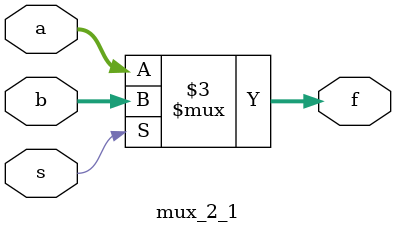
<source format=sv>
`timescale 1ns / 1ps

 module mux_2_1 # (parameter width = 3)
 (
    input logic [width-1:0] a,   
    input logic [width-1:0] b,   
    input logic s,             
    output logic [width-1:0] f   
);

    always @(*) begin
        if (s)
            f = b;               
        else
            f = a;              
    end

endmodule
//`timescale 1ns / 1ps
//module mux_2_1
//    #(parameter width = 8)
//    (
//    input logic clk,
//    input logic reset,
//    input [width-1:0]  a,
//    input [width-1:0]  b,
//    input  sreg,
//    output logic [width-1:0] f
//    );
    
////    always @ (posedge clk, negedge reset) begin    
//    always @ (*) begin  
//        if (sreg)
//            f = b;
//        else
//            f = a;
//    end
    
//endmodule
/////
</source>
